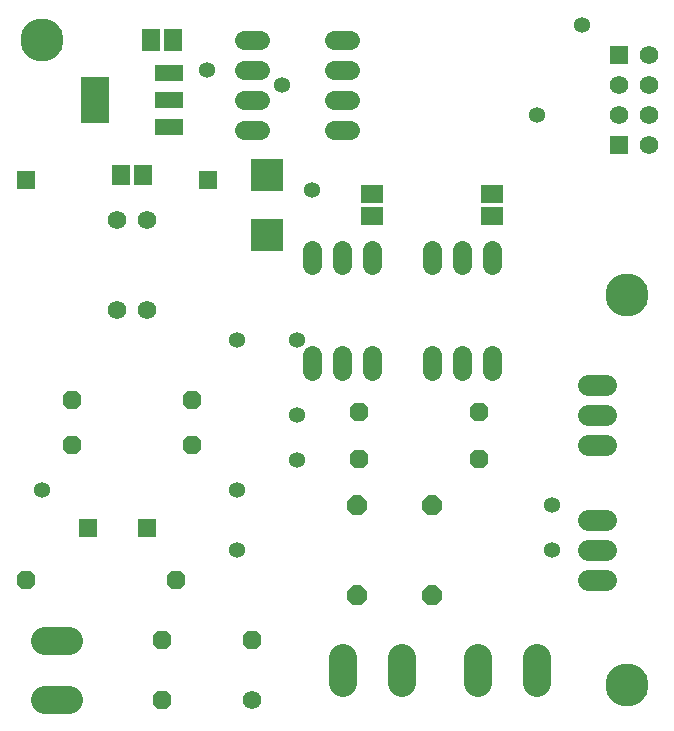
<source format=gbs>
G75*
%MOIN*%
%OFA0B0*%
%FSLAX25Y25*%
%IPPOS*%
%LPD*%
%AMOC8*
5,1,8,0,0,1.08239X$1,22.5*
%
%ADD10C,0.14386*%
%ADD11C,0.06200*%
%ADD12OC8,0.06200*%
%ADD13OC8,0.06600*%
%ADD14R,0.06150X0.06150*%
%ADD15C,0.06200*%
%ADD16C,0.06150*%
%ADD17R,0.06118X0.07299*%
%ADD18R,0.07299X0.06118*%
%ADD19R,0.09800X0.05800*%
%ADD20R,0.09661X0.15173*%
%ADD21R,0.06118X0.06906*%
%ADD22C,0.09250*%
%ADD23R,0.10843X0.11039*%
%ADD24C,0.07000*%
%ADD25C,0.05356*%
D10*
X0211800Y0020508D03*
X0211800Y0150508D03*
X0016800Y0235508D03*
D11*
X0086800Y0015508D03*
D12*
X0086800Y0035508D03*
X0061485Y0055586D03*
X0056800Y0035508D03*
X0056800Y0015508D03*
X0011485Y0055586D03*
X0026800Y0100508D03*
X0026800Y0115508D03*
X0066800Y0115508D03*
X0066800Y0100508D03*
X0122430Y0095980D03*
X0122351Y0111689D03*
X0162351Y0111689D03*
X0162430Y0095980D03*
D13*
X0146800Y0080508D03*
X0121800Y0080508D03*
X0121800Y0050508D03*
X0146800Y0050508D03*
D14*
X0051643Y0073027D03*
X0031957Y0073027D03*
X0011485Y0188775D03*
X0072115Y0188775D03*
X0208995Y0200449D03*
X0208995Y0230449D03*
D15*
X0166800Y0165708D02*
X0166800Y0160508D01*
X0156800Y0160508D02*
X0156800Y0165708D01*
X0146800Y0165708D02*
X0146800Y0160508D01*
X0126800Y0160508D02*
X0126800Y0165708D01*
X0116800Y0165708D02*
X0116800Y0160508D01*
X0106800Y0160508D02*
X0106800Y0165708D01*
X0106800Y0130508D02*
X0106800Y0125308D01*
X0116800Y0125308D02*
X0116800Y0130508D01*
X0126800Y0130508D02*
X0126800Y0125308D01*
X0146800Y0125308D02*
X0146800Y0130508D01*
X0156800Y0130508D02*
X0156800Y0125308D01*
X0166800Y0125308D02*
X0166800Y0130508D01*
X0119400Y0205508D02*
X0114200Y0205508D01*
X0114200Y0215508D02*
X0119400Y0215508D01*
X0119400Y0225508D02*
X0114200Y0225508D01*
X0114200Y0235508D02*
X0119400Y0235508D01*
X0089400Y0235508D02*
X0084200Y0235508D01*
X0084200Y0225508D02*
X0089400Y0225508D01*
X0089400Y0215508D02*
X0084200Y0215508D01*
X0084200Y0205508D02*
X0089400Y0205508D01*
D16*
X0051800Y0175508D03*
X0041800Y0175508D03*
X0041800Y0145508D03*
X0051800Y0145508D03*
X0208995Y0210449D03*
X0208995Y0220449D03*
X0218995Y0220449D03*
X0218995Y0230449D03*
X0218995Y0210449D03*
X0218995Y0200449D03*
D17*
X0060540Y0235508D03*
X0053060Y0235508D03*
D18*
X0126800Y0184248D03*
X0126800Y0176767D03*
X0166800Y0176767D03*
X0166800Y0184248D03*
D19*
X0059000Y0206408D03*
X0059000Y0215508D03*
X0059000Y0224608D03*
D20*
X0034599Y0215508D03*
D21*
X0043060Y0190508D03*
X0050540Y0190508D03*
D22*
X0025925Y0015665D02*
X0017675Y0015665D01*
X0017675Y0035350D02*
X0025925Y0035350D01*
X0116957Y0029633D02*
X0116957Y0021383D01*
X0136643Y0021383D02*
X0136643Y0029633D01*
X0161957Y0029633D02*
X0161957Y0021383D01*
X0181643Y0021383D02*
X0181643Y0029633D01*
D23*
X0091800Y0170567D03*
X0091800Y0190449D03*
D24*
X0198800Y0120508D02*
X0204800Y0120508D01*
X0204800Y0110508D02*
X0198800Y0110508D01*
X0198800Y0100508D02*
X0204800Y0100508D01*
X0204800Y0075508D02*
X0198800Y0075508D01*
X0198800Y0065508D02*
X0204800Y0065508D01*
X0204800Y0055508D02*
X0198800Y0055508D01*
D25*
X0186800Y0065508D03*
X0186800Y0080508D03*
X0101800Y0095508D03*
X0101800Y0110508D03*
X0101800Y0135508D03*
X0081800Y0135508D03*
X0081800Y0085508D03*
X0081800Y0065508D03*
X0016800Y0085508D03*
X0106800Y0185508D03*
X0096800Y0220508D03*
X0071800Y0225508D03*
X0181800Y0210508D03*
X0196800Y0240508D03*
M02*

</source>
